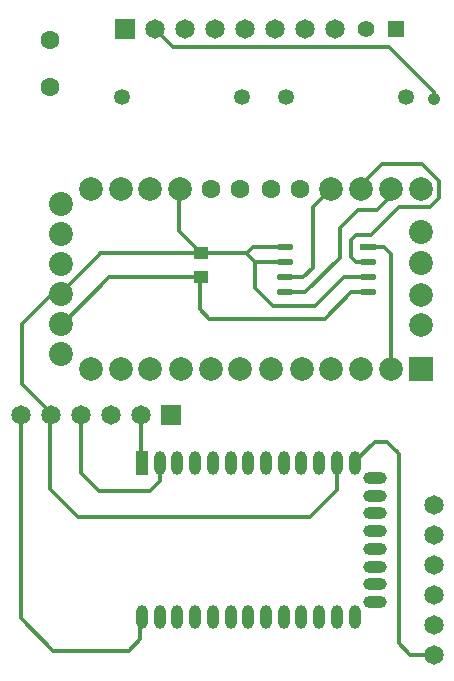
<source format=gbl>
%FSLAX33Y33*%
%MOMM*%
%AMRect-W1650000-H1650000-RO1.500*
21,1,1.65,1.65,0.,0.,90*%
%AMRect-W1405236-H517986-RO1.000*
21,1,1.405236,0.517986,0.,0.,180*%
%AMRR-H517986-W1405236-R258993-RO1.000*
21,1,0.88725,0.517986,0.,0.,180*
1,1,0.517986,0.443625,-0.*
1,1,0.517986,-0.443625,-0.*
1,1,0.517986,-0.443625,0.*
1,1,0.517986,0.443625,0.*%
%AMRect-W1650000-H1650000-RO0.500*
21,1,1.65,1.65,0.,0.,270*%
%AMRect-W2000000-H2000000-RO1.500*
21,1,2.,2.,0.,0.,90*%
%AMRect-W1000000-H1250000-RO0.500*
21,1,1.,1.25,0.,0.,270*%
%AMRect-W1400000-H1400000-RO1.000*
21,1,1.4,1.4,0.,0.,180*%
%AMRR-H2000000-W1000000-R500000-RO0.500*
21,1,1.,1.,0.,0.,270*
1,1,1.,0.5,0.*
1,1,1.,0.5,-0.*
1,1,1.,-0.5,-0.*
1,1,1.,-0.5,0.*%
%AMRR-H1000000-W2000000-R500000-RO0.500*
21,1,1.,1.,0.,0.,270*
1,1,1.,0.,0.5*
1,1,1.,0.,-0.5*
1,1,1.,-0.,-0.5*
1,1,1.,-0.,0.5*%
%AMRect-W2000000-H1000000-RO0.500*
21,1,2.,1.,0.,0.,270*%
%ADD10C,0.3*%
%ADD11C,1.0668*%
%ADD12C,1.65*%
%ADD13Rect-W1650000-H1650000-RO1.500*%
%ADD14C,1.65*%
%ADD15Rect-W1405236-H517986-RO1.000*%
%ADD16RR-H517986-W1405236-R258993-RO1.000*%
%ADD17C,1.65*%
%ADD18Rect-W1650000-H1650000-RO0.500*%
%ADD19C,2.*%
%ADD20C,2.*%
%ADD21C,1.6*%
%ADD22C,2.029999*%
%ADD23C,2.029999*%
%ADD24Rect-W2000000-H2000000-RO1.500*%
%ADD25C,1.35*%
%ADD26C,1.35*%
%ADD27Rect-W1000000-H1250000-RO0.500*%
%ADD28C,1.4*%
%ADD29Rect-W1400000-H1400000-RO1.000*%
%ADD30RR-H2000000-W1000000-R500000-RO0.500*%
%ADD31RR-H1000000-W2000000-R500000-RO0.500*%
%ADD32Rect-W2000000-H1000000-RO0.500*%
D10*
%LNbottom copper_traces*%
G01*
X-49350Y16975D02*
X-46700Y16975D01*
X-34325Y20400D02*
X-33575Y21150D01*
X-58075Y-3650D02*
X-57225Y-2800D01*
X-55625Y18375D02*
X-53725Y16475D01*
X-49850Y16475D02*
X-49350Y16975D01*
X-36950Y-16550D02*
X-36000Y-17500D01*
X-61490Y14475D02*
X-53850Y14475D01*
X-46600Y13170D02*
X-44880Y13170D01*
X-39450Y16980D02*
X-38255Y16980D01*
X-66545Y3050D02*
X-68875Y5380D01*
X-42225Y-3550D02*
X-42225Y-1300D01*
X-39600Y15710D02*
X-40590Y15710D01*
X-49135Y13510D02*
X-47650Y12025D01*
X-36947Y20400D02*
X-34325Y20400D01*
X-44250Y20405D02*
X-42710Y21945D01*
X-40590Y18050D02*
X-39297Y18050D01*
X-63850Y-2150D02*
X-63850Y2650D01*
X-41950Y18600D02*
X-40400Y20150D01*
X-33575Y21150D02*
X-33575Y22600D01*
X-65450Y13275D02*
X-62300Y16425D01*
X-44250Y15258D02*
X-44250Y20405D01*
X-39297Y18050D02*
X-36947Y20400D01*
X-62350Y-3650D02*
X-63850Y-2150D01*
X-68875Y5380D02*
X-68875Y10500D01*
X-62300Y16475D02*
X-49850Y16475D01*
X-57600Y35425D02*
X-56125Y33950D01*
X-41650Y14440D02*
X-39450Y14440D01*
X-41950Y16100D02*
X-41950Y18600D01*
X-64150Y-5850D02*
X-66545Y-3455D01*
X-37525Y21425D02*
X-37525Y21945D01*
X-69000Y-14425D02*
X-66250Y-17175D01*
X-46600Y14440D02*
X-45068Y14440D01*
X-38385Y24075D02*
X-40210Y22250D01*
X-37775Y33950D02*
X-33975Y30150D01*
X-57225Y-2800D02*
X-57225Y-1150D01*
X-40590Y15710D02*
X-41005Y16125D01*
X-40400Y20150D02*
X-38800Y20150D01*
X-41005Y13170D02*
X-39600Y13170D01*
X-69000Y-14425D02*
X-69000Y2815D01*
X-55625Y21945D02*
X-55625Y18375D01*
X-33975Y30150D02*
X-33975Y29725D01*
X-49135Y15710D02*
X-49135Y13510D01*
X-37175Y-0300D02*
X-37150Y-0300D01*
X-37975Y0500D02*
X-36950Y-0525D01*
X-36950Y-16550D02*
X-36950Y-0525D01*
X-44065Y12025D02*
X-41650Y14440D01*
X-39025Y0500D02*
X-37975Y0500D01*
X-41005Y13170D02*
X-43225Y10950D01*
X-44880Y13170D02*
X-41950Y16100D01*
X-41005Y17635D02*
X-40590Y18050D01*
X-36000Y-17500D02*
X-34350Y-17500D01*
X-53850Y11775D02*
X-53850Y14375D01*
X-62825Y22300D02*
X-63100Y22025D01*
X-38800Y20150D02*
X-37525Y21425D01*
X-37650Y16375D02*
X-37650Y6745D01*
X-38255Y16980D02*
X-37650Y16375D01*
X-40825Y-1300D02*
X-39025Y0500D01*
X-45068Y14440D02*
X-44250Y15258D01*
X-56125Y33950D02*
X-37775Y33950D01*
X-53025Y10950D02*
X-43225Y10950D01*
X-53025Y10950D02*
X-53850Y11775D01*
X-49135Y15710D02*
X-46700Y15710D01*
X-66545Y-3455D02*
X-66545Y2900D01*
X-64150Y-5850D02*
X-44525Y-5850D01*
X-38385Y24075D02*
X-35050Y24075D01*
X-66525Y12850D02*
X-65590Y12850D01*
X-58840Y-1300D02*
X-58840Y2435D01*
X-68875Y10500D02*
X-66525Y12850D01*
X-58875Y-16200D02*
X-59850Y-17175D01*
X-58875Y-14075D02*
X-58875Y-16200D01*
X-47650Y12025D02*
X-44065Y12025D01*
X-62350Y-3650D02*
X-58075Y-3650D01*
X-44525Y-5850D02*
X-42225Y-3550D01*
X-65450Y10515D02*
X-61490Y14475D01*
X-59850Y-17175D02*
X-66250Y-17175D01*
X-35050Y24075D02*
X-33575Y22600D01*
X-41005Y16125D02*
X-41005Y17635D01*
X-49900Y16475D02*
X-49135Y15710D01*
D11*
X-33975Y29575D03*
%LNbottom copper component 104f474019bc45ae*%
D12*
X-57600Y35425D03*
X-55060Y35425D03*
X-52520Y35425D03*
X-49980Y35425D03*
X-47440Y35425D03*
X-44900Y35425D03*
X-42360Y35425D03*
D13*
X-60140Y35425D03*
%LNbottom copper component 6423f2fbdbf0fd51*%
D14*
X-34000Y-4840D03*
X-34000Y-7380D03*
X-34000Y-9920D03*
X-34000Y-12460D03*
X-34000Y-15000D03*
X-34000Y-17540D03*
%LNbottom copper component 6ec8fa02dcc931b8*%
D15*
X-39600Y16980D03*
D16*
X-39600Y15710D03*
X-39600Y14440D03*
X-39600Y13170D03*
X-46600Y13170D03*
X-46600Y14440D03*
X-46600Y15710D03*
X-46600Y16980D03*
%LNbottom copper component 2e760206f6eb6219*%
D17*
X-58840Y2815D03*
X-61380Y2815D03*
X-63920Y2815D03*
X-66460Y2815D03*
X-69000Y2815D03*
D18*
X-56300Y2815D03*
%LNbottom copper component 725756eb9d5a0c3e*%
D19*
X-35110Y10420D03*
X-35110Y12960D03*
D20*
X-35110Y21945D03*
X-37610Y21945D03*
X-40210Y21945D03*
X-42710Y21945D03*
D21*
X-45310Y21945D03*
X-47810Y21945D03*
X-50410Y21945D03*
X-52910Y21945D03*
D20*
X-55510Y21945D03*
X-58010Y21945D03*
X-60510Y21945D03*
X-63010Y21945D03*
X-37610Y6705D03*
X-40210Y6705D03*
X-42710Y6705D03*
X-45210Y6705D03*
X-47810Y6705D03*
X-50410Y6705D03*
X-52910Y6705D03*
X-60510Y6705D03*
X-58010Y6705D03*
X-63050Y6705D03*
X-55410Y6705D03*
D22*
X-35110Y18300D03*
X-35110Y15635D03*
D23*
X-65590Y7975D03*
X-65590Y10515D03*
X-65590Y13055D03*
X-65590Y15595D03*
X-65590Y18135D03*
X-65590Y20675D03*
D24*
X-35110Y6705D03*
%LNbottom copper component e41e54bbfcc8de48*%
D25*
X-50245Y29675D03*
X-60405Y29675D03*
%LNbottom copper component bcffb8a9274f0d14*%
D26*
X-46525Y29725D03*
X-36365Y29725D03*
%LNbottom copper component 78a424b639101169*%
D27*
X-53725Y16475D03*
X-53725Y14475D03*
%LNbottom copper component 51561cf638072ae7*%
D21*
X-66525Y30525D03*
X-66525Y34525D03*
%LNbottom copper component 243e2b77924b8e62*%
D28*
X-39770Y35425D03*
D29*
X-37230Y35425D03*
%LNbottom copper component eb69e66ac07ddab8*%
D30*
X-38975Y-13050D03*
D31*
X-54225Y-1300D03*
X-51225Y-14300D03*
D30*
X-38975Y-4050D03*
D31*
X-43725Y-1300D03*
X-52725Y-14300D03*
D30*
X-38975Y-7050D03*
D31*
X-43725Y-14300D03*
X-58725Y-14300D03*
X-55725Y-14300D03*
D32*
X-58725Y-1300D03*
D31*
X-55725Y-1300D03*
X-48225Y-1300D03*
X-40725Y-14300D03*
X-45225Y-1300D03*
X-42225Y-14300D03*
X-51225Y-1300D03*
D30*
X-38975Y-11550D03*
D31*
X-57225Y-1300D03*
X-57225Y-14300D03*
X-42225Y-1300D03*
X-46725Y-14300D03*
X-46725Y-1300D03*
X-40725Y-1300D03*
X-52725Y-1300D03*
X-49725Y-1300D03*
D30*
X-38975Y-8550D03*
X-38975Y-10050D03*
D31*
X-45225Y-14300D03*
D30*
X-38975Y-5550D03*
D31*
X-49725Y-14300D03*
D30*
X-38975Y-2550D03*
D31*
X-48225Y-14300D03*
X-54225Y-14300D03*
M02*
</source>
